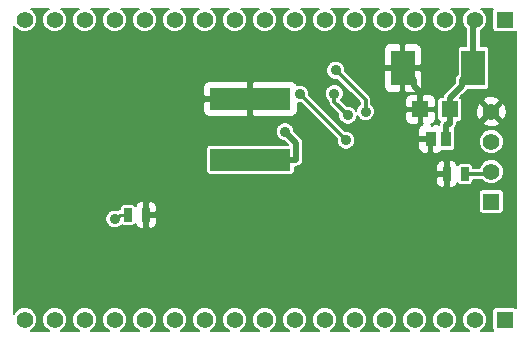
<source format=gbl>
G04 (created by PCBNEW (2013-09-28 BZR 4356)-product) date 2014/04/24 1:43:17*
%MOIN*%
G04 Gerber Fmt 3.4, Leading zero omitted, Abs format*
%FSLAX34Y34*%
G01*
G70*
G90*
G04 APERTURE LIST*
%ADD10C,0.005906*%
%ADD11R,0.038000X0.050000*%
%ADD12R,0.055000X0.055000*%
%ADD13C,0.055000*%
%ADD14R,0.025000X0.045000*%
%ADD15R,0.078700X0.118100*%
%ADD16R,0.267700X0.072800*%
%ADD17C,0.035000*%
%ADD18C,0.019685*%
%ADD19C,0.010000*%
%ADD20C,0.011811*%
%ADD21C,0.007874*%
G04 APERTURE END LIST*
G54D10*
G54D11*
X14029Y6531D03*
X14529Y6531D03*
G54D12*
X16500Y10500D03*
G54D13*
X15500Y10500D03*
X14500Y10500D03*
X13500Y10500D03*
X12500Y10500D03*
X11500Y10500D03*
X10500Y10500D03*
X9500Y10500D03*
X8500Y10500D03*
X7500Y10500D03*
X6500Y10500D03*
X5500Y10500D03*
X4500Y10500D03*
X3500Y10500D03*
X2500Y10500D03*
X1500Y10500D03*
X500Y10500D03*
G54D12*
X16051Y4440D03*
G54D13*
X16051Y5440D03*
X16051Y6440D03*
X16051Y7440D03*
G54D12*
X16500Y500D03*
G54D13*
X15500Y500D03*
X14500Y500D03*
X13500Y500D03*
X12500Y500D03*
X11500Y500D03*
X10500Y500D03*
X9500Y500D03*
X8500Y500D03*
X7500Y500D03*
X6500Y500D03*
X5500Y500D03*
X4500Y500D03*
X3500Y500D03*
X2500Y500D03*
X1500Y500D03*
X500Y500D03*
G54D14*
X3950Y4000D03*
X4550Y4000D03*
X15170Y5350D03*
X14570Y5350D03*
G54D15*
X13098Y8893D03*
X15460Y8893D03*
G54D12*
X13688Y7515D03*
X14673Y7515D03*
G54D16*
X8019Y5832D03*
X8019Y7860D03*
G54D17*
X3499Y3865D03*
X10820Y8035D03*
X11272Y7313D03*
X11861Y7435D03*
X10869Y8818D03*
X9176Y6767D03*
X11207Y6485D03*
X9680Y8030D03*
X3755Y7370D03*
X6638Y4451D03*
X8444Y7043D03*
X294Y3730D03*
X921Y3710D03*
X2811Y3704D03*
X5037Y3827D03*
X539Y7240D03*
G54D18*
X14529Y6980D02*
X14529Y6531D01*
X14591Y7042D02*
X14529Y6980D01*
X14673Y7042D02*
X14591Y7042D01*
X14673Y7515D02*
X14673Y7042D01*
X14673Y7909D02*
X14673Y7515D01*
X15066Y8303D02*
X14673Y7909D01*
X15066Y8500D02*
X15066Y8303D01*
X15460Y8893D02*
X15066Y8500D01*
X15460Y10460D02*
X15460Y8893D01*
X15500Y10500D02*
X15460Y10460D01*
X15460Y8893D02*
X15460Y8893D01*
X15460Y8893D02*
X15460Y8893D01*
G54D19*
X3950Y4000D02*
X3676Y4000D01*
X3541Y3865D02*
X3499Y3865D01*
X3676Y4000D02*
X3541Y3865D01*
G54D20*
X10820Y7765D02*
X10820Y8035D01*
X11272Y7313D02*
X10820Y7765D01*
X11861Y7826D02*
X10869Y8818D01*
X11861Y7435D02*
X11861Y7826D01*
X15960Y5350D02*
X16051Y5440D01*
X15170Y5350D02*
X15960Y5350D01*
G54D18*
X9556Y6387D02*
X9176Y6767D01*
X9556Y5832D02*
X9556Y6387D01*
X8019Y5832D02*
X9556Y5832D01*
G54D20*
X9680Y8012D02*
X11207Y6485D01*
X9680Y8030D02*
X9680Y8012D01*
G54D18*
X13688Y8106D02*
X13688Y7515D01*
X13492Y8303D02*
X13688Y8106D01*
X13492Y8500D02*
X13492Y8303D01*
X13098Y8893D02*
X13492Y8500D01*
G54D10*
G36*
X16862Y882D02*
X16853Y891D01*
X16802Y912D01*
X16747Y912D01*
X16571Y912D01*
X16571Y7378D01*
X16556Y7582D01*
X16508Y7698D01*
X16419Y7723D01*
X16334Y7638D01*
X16334Y7809D01*
X16308Y7898D01*
X16113Y7961D01*
X15909Y7945D01*
X15794Y7898D01*
X15768Y7809D01*
X16051Y7526D01*
X16334Y7809D01*
X16334Y7638D01*
X16136Y7440D01*
X16419Y7158D01*
X16508Y7183D01*
X16571Y7378D01*
X16571Y912D01*
X16464Y912D01*
X16464Y5522D01*
X16464Y6522D01*
X16401Y6674D01*
X16334Y6741D01*
X16334Y7072D01*
X16051Y7355D01*
X15965Y7269D01*
X15965Y7440D01*
X15682Y7723D01*
X15594Y7698D01*
X15530Y7503D01*
X15546Y7299D01*
X15594Y7183D01*
X15682Y7158D01*
X15965Y7440D01*
X15965Y7269D01*
X15768Y7072D01*
X15794Y6983D01*
X15988Y6920D01*
X16192Y6935D01*
X16308Y6983D01*
X16334Y7072D01*
X16334Y6741D01*
X16285Y6790D01*
X16133Y6853D01*
X15969Y6853D01*
X15817Y6791D01*
X15701Y6675D01*
X15638Y6523D01*
X15638Y6359D01*
X15701Y6207D01*
X15817Y6091D01*
X15968Y6028D01*
X16132Y6028D01*
X16284Y6090D01*
X16400Y6206D01*
X16463Y6358D01*
X16464Y6522D01*
X16464Y5522D01*
X16401Y5674D01*
X16285Y5790D01*
X16133Y5853D01*
X15969Y5853D01*
X15817Y5791D01*
X15701Y5675D01*
X15648Y5547D01*
X15432Y5547D01*
X15432Y5602D01*
X15411Y5653D01*
X15373Y5692D01*
X15322Y5713D01*
X15267Y5713D01*
X15017Y5713D01*
X14967Y5692D01*
X14928Y5653D01*
X14925Y5645D01*
X14898Y5710D01*
X14830Y5778D01*
X14742Y5814D01*
X14690Y5814D01*
X14630Y5754D01*
X14630Y5411D01*
X14638Y5411D01*
X14638Y5289D01*
X14630Y5289D01*
X14630Y4945D01*
X14690Y4886D01*
X14742Y4886D01*
X14830Y4922D01*
X14898Y4989D01*
X14925Y5055D01*
X14928Y5047D01*
X14967Y5008D01*
X15017Y4987D01*
X15072Y4987D01*
X15322Y4987D01*
X15373Y5008D01*
X15411Y5047D01*
X15432Y5097D01*
X15432Y5152D01*
X15432Y5153D01*
X15754Y5153D01*
X15817Y5091D01*
X15968Y5028D01*
X16132Y5028D01*
X16284Y5090D01*
X16400Y5206D01*
X16463Y5358D01*
X16464Y5522D01*
X16464Y912D01*
X16463Y912D01*
X16463Y4138D01*
X16463Y4193D01*
X16463Y4743D01*
X16442Y4793D01*
X16404Y4832D01*
X16353Y4853D01*
X16298Y4853D01*
X15748Y4853D01*
X15698Y4832D01*
X15659Y4793D01*
X15638Y4743D01*
X15638Y4688D01*
X15638Y4138D01*
X15659Y4087D01*
X15698Y4049D01*
X15748Y4028D01*
X15803Y4028D01*
X16353Y4028D01*
X16404Y4049D01*
X16442Y4087D01*
X16463Y4138D01*
X16463Y912D01*
X16197Y912D01*
X16146Y891D01*
X16108Y853D01*
X16087Y802D01*
X16087Y747D01*
X16087Y197D01*
X16108Y146D01*
X16117Y137D01*
X15704Y137D01*
X15733Y149D01*
X15849Y265D01*
X15912Y417D01*
X15912Y581D01*
X15850Y733D01*
X15734Y849D01*
X15582Y912D01*
X15418Y912D01*
X15266Y850D01*
X15150Y734D01*
X15087Y582D01*
X15087Y418D01*
X15149Y266D01*
X15265Y150D01*
X15295Y137D01*
X14704Y137D01*
X14733Y149D01*
X14849Y265D01*
X14912Y417D01*
X14912Y581D01*
X14850Y733D01*
X14734Y849D01*
X14582Y912D01*
X14509Y912D01*
X14509Y4945D01*
X14509Y5289D01*
X14509Y5411D01*
X14509Y5754D01*
X14449Y5814D01*
X14397Y5814D01*
X14309Y5778D01*
X14242Y5710D01*
X14205Y5623D01*
X14205Y5527D01*
X14205Y5470D01*
X14265Y5411D01*
X14509Y5411D01*
X14509Y5289D01*
X14265Y5289D01*
X14205Y5229D01*
X14205Y5173D01*
X14205Y5077D01*
X14242Y4989D01*
X14309Y4922D01*
X14397Y4886D01*
X14449Y4886D01*
X14509Y4945D01*
X14509Y912D01*
X14418Y912D01*
X14266Y850D01*
X14150Y734D01*
X14087Y582D01*
X14087Y418D01*
X14149Y266D01*
X14265Y150D01*
X14295Y137D01*
X13968Y137D01*
X13968Y6101D01*
X13968Y6470D01*
X13660Y6470D01*
X13600Y6411D01*
X13600Y6233D01*
X13636Y6145D01*
X13703Y6078D01*
X13791Y6042D01*
X13887Y6042D01*
X13909Y6042D01*
X13968Y6101D01*
X13968Y137D01*
X13704Y137D01*
X13733Y149D01*
X13849Y265D01*
X13912Y417D01*
X13912Y581D01*
X13850Y733D01*
X13734Y849D01*
X13582Y912D01*
X13418Y912D01*
X13266Y850D01*
X13150Y734D01*
X13087Y582D01*
X13087Y418D01*
X13149Y266D01*
X13265Y150D01*
X13295Y137D01*
X13037Y137D01*
X13037Y8123D01*
X13037Y8833D01*
X13037Y8954D01*
X13037Y9663D01*
X12978Y9723D01*
X12657Y9723D01*
X12569Y9687D01*
X12502Y9619D01*
X12465Y9531D01*
X12465Y9436D01*
X12465Y9014D01*
X12525Y8954D01*
X13037Y8954D01*
X13037Y8833D01*
X12525Y8833D01*
X12465Y8773D01*
X12465Y8350D01*
X12465Y8255D01*
X12502Y8167D01*
X12569Y8100D01*
X12657Y8063D01*
X12978Y8063D01*
X13037Y8123D01*
X13037Y137D01*
X12704Y137D01*
X12733Y149D01*
X12849Y265D01*
X12912Y417D01*
X12912Y581D01*
X12850Y733D01*
X12734Y849D01*
X12582Y912D01*
X12418Y912D01*
X12266Y850D01*
X12174Y758D01*
X12174Y7497D01*
X12127Y7612D01*
X12058Y7681D01*
X12058Y7826D01*
X12058Y7826D01*
X12058Y7826D01*
X12051Y7861D01*
X12043Y7901D01*
X12043Y7901D01*
X12043Y7901D01*
X12021Y7935D01*
X12001Y7965D01*
X12001Y7965D01*
X12000Y7965D01*
X11182Y8784D01*
X11182Y8880D01*
X11134Y8995D01*
X11046Y9083D01*
X10931Y9131D01*
X10807Y9131D01*
X10692Y9083D01*
X10604Y8995D01*
X10556Y8880D01*
X10556Y8756D01*
X10603Y8641D01*
X10691Y8553D01*
X10806Y8505D01*
X10903Y8505D01*
X11664Y7744D01*
X11664Y7681D01*
X11596Y7613D01*
X11549Y7498D01*
X11549Y7463D01*
X11537Y7490D01*
X11449Y7578D01*
X11334Y7626D01*
X11237Y7626D01*
X11045Y7818D01*
X11085Y7858D01*
X11133Y7973D01*
X11133Y8097D01*
X11085Y8212D01*
X10997Y8300D01*
X10882Y8348D01*
X10758Y8348D01*
X10643Y8300D01*
X10555Y8213D01*
X10507Y8098D01*
X10507Y7973D01*
X10555Y7858D01*
X10623Y7790D01*
X10623Y7765D01*
X10623Y7765D01*
X10623Y7765D01*
X10630Y7728D01*
X10638Y7690D01*
X10638Y7689D01*
X10638Y7689D01*
X10660Y7657D01*
X10681Y7626D01*
X10681Y7626D01*
X10681Y7626D01*
X10959Y7347D01*
X10959Y7251D01*
X11007Y7136D01*
X11095Y7048D01*
X11209Y7000D01*
X11334Y7000D01*
X11449Y7048D01*
X11537Y7136D01*
X11585Y7251D01*
X11585Y7285D01*
X11596Y7258D01*
X11684Y7170D01*
X11799Y7122D01*
X11923Y7122D01*
X12038Y7170D01*
X12126Y7258D01*
X12174Y7373D01*
X12174Y7497D01*
X12174Y758D01*
X12150Y734D01*
X12087Y582D01*
X12087Y418D01*
X12149Y266D01*
X12265Y150D01*
X12295Y137D01*
X11704Y137D01*
X11733Y149D01*
X11849Y265D01*
X11912Y417D01*
X11912Y581D01*
X11850Y733D01*
X11734Y849D01*
X11582Y912D01*
X11520Y912D01*
X11520Y6547D01*
X11473Y6662D01*
X11385Y6750D01*
X11270Y6797D01*
X11173Y6797D01*
X9993Y7978D01*
X9993Y8092D01*
X9945Y8207D01*
X9857Y8295D01*
X9742Y8342D01*
X9618Y8342D01*
X9575Y8325D01*
X9561Y8360D01*
X9493Y8427D01*
X9405Y8463D01*
X9310Y8463D01*
X8140Y8463D01*
X8080Y8403D01*
X8080Y7921D01*
X8088Y7921D01*
X8088Y7799D01*
X8080Y7799D01*
X8080Y7316D01*
X8140Y7257D01*
X9310Y7257D01*
X9405Y7257D01*
X9493Y7293D01*
X9561Y7360D01*
X9597Y7448D01*
X9597Y7725D01*
X9617Y7717D01*
X9697Y7717D01*
X10895Y6519D01*
X10895Y6423D01*
X10942Y6308D01*
X11030Y6220D01*
X11145Y6172D01*
X11269Y6172D01*
X11384Y6219D01*
X11472Y6307D01*
X11520Y6422D01*
X11520Y6547D01*
X11520Y912D01*
X11418Y912D01*
X11266Y850D01*
X11150Y734D01*
X11087Y582D01*
X11087Y418D01*
X11149Y266D01*
X11265Y150D01*
X11295Y137D01*
X10704Y137D01*
X10733Y149D01*
X10849Y265D01*
X10912Y417D01*
X10912Y581D01*
X10850Y733D01*
X10734Y849D01*
X10582Y912D01*
X10418Y912D01*
X10266Y850D01*
X10150Y734D01*
X10087Y582D01*
X10087Y418D01*
X10149Y266D01*
X10265Y150D01*
X10295Y137D01*
X9704Y137D01*
X9733Y149D01*
X9849Y265D01*
X9912Y417D01*
X9912Y581D01*
X9850Y733D01*
X9792Y790D01*
X9792Y5832D01*
X9792Y6387D01*
X9792Y6387D01*
X9783Y6433D01*
X9774Y6477D01*
X9774Y6477D01*
X9774Y6477D01*
X9749Y6515D01*
X9723Y6554D01*
X9489Y6789D01*
X9489Y6829D01*
X9441Y6944D01*
X9353Y7032D01*
X9238Y7080D01*
X9114Y7080D01*
X8999Y7033D01*
X8911Y6945D01*
X8863Y6830D01*
X8863Y6705D01*
X8911Y6590D01*
X8998Y6502D01*
X9113Y6455D01*
X9155Y6455D01*
X9275Y6334D01*
X7959Y6334D01*
X7959Y7316D01*
X7959Y7799D01*
X7959Y7921D01*
X7959Y8403D01*
X7899Y8463D01*
X6728Y8463D01*
X6633Y8463D01*
X6545Y8427D01*
X6478Y8360D01*
X6441Y8272D01*
X6441Y7980D01*
X6501Y7921D01*
X7959Y7921D01*
X7959Y7799D01*
X6501Y7799D01*
X6441Y7739D01*
X6441Y7448D01*
X6478Y7360D01*
X6545Y7293D01*
X6633Y7257D01*
X6728Y7257D01*
X7899Y7257D01*
X7959Y7316D01*
X7959Y6334D01*
X6653Y6334D01*
X6603Y6313D01*
X6564Y6274D01*
X6543Y6223D01*
X6543Y6169D01*
X6543Y5441D01*
X6564Y5390D01*
X6603Y5351D01*
X6653Y5330D01*
X6708Y5330D01*
X9385Y5330D01*
X9436Y5351D01*
X9475Y5390D01*
X9495Y5441D01*
X9495Y5495D01*
X9495Y5596D01*
X9556Y5596D01*
X9647Y5614D01*
X9723Y5665D01*
X9774Y5742D01*
X9792Y5832D01*
X9792Y790D01*
X9734Y849D01*
X9582Y912D01*
X9418Y912D01*
X9266Y850D01*
X9150Y734D01*
X9087Y582D01*
X9087Y418D01*
X9149Y266D01*
X9265Y150D01*
X9295Y137D01*
X8704Y137D01*
X8733Y149D01*
X8849Y265D01*
X8912Y417D01*
X8912Y581D01*
X8850Y733D01*
X8734Y849D01*
X8582Y912D01*
X8418Y912D01*
X8266Y850D01*
X8150Y734D01*
X8087Y582D01*
X8087Y418D01*
X8149Y266D01*
X8265Y150D01*
X8295Y137D01*
X7704Y137D01*
X7733Y149D01*
X7849Y265D01*
X7912Y417D01*
X7912Y581D01*
X7850Y733D01*
X7734Y849D01*
X7582Y912D01*
X7418Y912D01*
X7266Y850D01*
X7150Y734D01*
X7087Y582D01*
X7087Y418D01*
X7149Y266D01*
X7265Y150D01*
X7295Y137D01*
X6704Y137D01*
X6733Y149D01*
X6849Y265D01*
X6912Y417D01*
X6912Y581D01*
X6850Y733D01*
X6734Y849D01*
X6582Y912D01*
X6418Y912D01*
X6266Y850D01*
X6150Y734D01*
X6087Y582D01*
X6087Y418D01*
X6149Y266D01*
X6265Y150D01*
X6295Y137D01*
X5704Y137D01*
X5733Y149D01*
X5849Y265D01*
X5912Y417D01*
X5912Y581D01*
X5850Y733D01*
X5734Y849D01*
X5582Y912D01*
X5418Y912D01*
X5266Y850D01*
X5150Y734D01*
X5087Y582D01*
X5087Y418D01*
X5149Y266D01*
X5265Y150D01*
X5295Y137D01*
X4914Y137D01*
X4914Y3727D01*
X4914Y3822D01*
X4914Y3879D01*
X4914Y4120D01*
X4914Y4177D01*
X4914Y4272D01*
X4877Y4360D01*
X4810Y4427D01*
X4722Y4464D01*
X4670Y4464D01*
X4610Y4404D01*
X4610Y4060D01*
X4854Y4060D01*
X4914Y4120D01*
X4914Y3879D01*
X4854Y3939D01*
X4610Y3939D01*
X4610Y3595D01*
X4670Y3535D01*
X4722Y3535D01*
X4810Y3572D01*
X4877Y3639D01*
X4914Y3727D01*
X4914Y137D01*
X4704Y137D01*
X4733Y149D01*
X4849Y265D01*
X4912Y417D01*
X4912Y581D01*
X4850Y733D01*
X4734Y849D01*
X4582Y912D01*
X4489Y912D01*
X4489Y3595D01*
X4489Y3939D01*
X4481Y3939D01*
X4481Y4060D01*
X4489Y4060D01*
X4489Y4404D01*
X4429Y4464D01*
X4377Y4464D01*
X4289Y4427D01*
X4222Y4360D01*
X4195Y4295D01*
X4191Y4303D01*
X4153Y4341D01*
X4102Y4362D01*
X4047Y4362D01*
X3797Y4362D01*
X3746Y4341D01*
X3708Y4303D01*
X3687Y4252D01*
X3687Y4197D01*
X3687Y4187D01*
X3676Y4187D01*
X3604Y4173D01*
X3592Y4165D01*
X3562Y4177D01*
X3437Y4177D01*
X3322Y4130D01*
X3234Y4042D01*
X3186Y3927D01*
X3186Y3803D01*
X3234Y3688D01*
X3322Y3600D01*
X3437Y3552D01*
X3561Y3552D01*
X3676Y3599D01*
X3741Y3664D01*
X3746Y3658D01*
X3797Y3637D01*
X3852Y3637D01*
X4102Y3637D01*
X4153Y3658D01*
X4191Y3696D01*
X4195Y3704D01*
X4222Y3639D01*
X4289Y3572D01*
X4377Y3535D01*
X4429Y3535D01*
X4489Y3595D01*
X4489Y912D01*
X4418Y912D01*
X4266Y850D01*
X4150Y734D01*
X4087Y582D01*
X4087Y418D01*
X4149Y266D01*
X4265Y150D01*
X4295Y137D01*
X3704Y137D01*
X3733Y149D01*
X3849Y265D01*
X3912Y417D01*
X3912Y581D01*
X3850Y733D01*
X3734Y849D01*
X3582Y912D01*
X3418Y912D01*
X3266Y850D01*
X3150Y734D01*
X3087Y582D01*
X3087Y418D01*
X3149Y266D01*
X3265Y150D01*
X3295Y137D01*
X2704Y137D01*
X2733Y149D01*
X2849Y265D01*
X2912Y417D01*
X2912Y581D01*
X2850Y733D01*
X2734Y849D01*
X2582Y912D01*
X2418Y912D01*
X2266Y850D01*
X2150Y734D01*
X2087Y582D01*
X2087Y418D01*
X2149Y266D01*
X2265Y150D01*
X2295Y137D01*
X1704Y137D01*
X1733Y149D01*
X1849Y265D01*
X1912Y417D01*
X1912Y581D01*
X1850Y733D01*
X1734Y849D01*
X1582Y912D01*
X1418Y912D01*
X1266Y850D01*
X1150Y734D01*
X1087Y582D01*
X1087Y418D01*
X1149Y266D01*
X1265Y150D01*
X1295Y137D01*
X704Y137D01*
X733Y149D01*
X849Y265D01*
X912Y417D01*
X912Y581D01*
X850Y733D01*
X734Y849D01*
X582Y912D01*
X418Y912D01*
X266Y850D01*
X150Y734D01*
X137Y704D01*
X137Y10295D01*
X149Y10266D01*
X265Y10150D01*
X417Y10087D01*
X581Y10087D01*
X733Y10149D01*
X849Y10265D01*
X912Y10417D01*
X912Y10581D01*
X850Y10733D01*
X734Y10849D01*
X704Y10862D01*
X1295Y10862D01*
X1266Y10850D01*
X1150Y10734D01*
X1087Y10582D01*
X1087Y10418D01*
X1149Y10266D01*
X1265Y10150D01*
X1417Y10087D01*
X1581Y10087D01*
X1733Y10149D01*
X1849Y10265D01*
X1912Y10417D01*
X1912Y10581D01*
X1850Y10733D01*
X1734Y10849D01*
X1704Y10862D01*
X2295Y10862D01*
X2266Y10850D01*
X2150Y10734D01*
X2087Y10582D01*
X2087Y10418D01*
X2149Y10266D01*
X2265Y10150D01*
X2417Y10087D01*
X2581Y10087D01*
X2733Y10149D01*
X2849Y10265D01*
X2912Y10417D01*
X2912Y10581D01*
X2850Y10733D01*
X2734Y10849D01*
X2704Y10862D01*
X3295Y10862D01*
X3266Y10850D01*
X3150Y10734D01*
X3087Y10582D01*
X3087Y10418D01*
X3149Y10266D01*
X3265Y10150D01*
X3417Y10087D01*
X3581Y10087D01*
X3733Y10149D01*
X3849Y10265D01*
X3912Y10417D01*
X3912Y10581D01*
X3850Y10733D01*
X3734Y10849D01*
X3704Y10862D01*
X4295Y10862D01*
X4266Y10850D01*
X4150Y10734D01*
X4087Y10582D01*
X4087Y10418D01*
X4149Y10266D01*
X4265Y10150D01*
X4417Y10087D01*
X4581Y10087D01*
X4733Y10149D01*
X4849Y10265D01*
X4912Y10417D01*
X4912Y10581D01*
X4850Y10733D01*
X4734Y10849D01*
X4704Y10862D01*
X5295Y10862D01*
X5266Y10850D01*
X5150Y10734D01*
X5087Y10582D01*
X5087Y10418D01*
X5149Y10266D01*
X5265Y10150D01*
X5417Y10087D01*
X5581Y10087D01*
X5733Y10149D01*
X5849Y10265D01*
X5912Y10417D01*
X5912Y10581D01*
X5850Y10733D01*
X5734Y10849D01*
X5704Y10862D01*
X6295Y10862D01*
X6266Y10850D01*
X6150Y10734D01*
X6087Y10582D01*
X6087Y10418D01*
X6149Y10266D01*
X6265Y10150D01*
X6417Y10087D01*
X6581Y10087D01*
X6733Y10149D01*
X6849Y10265D01*
X6912Y10417D01*
X6912Y10581D01*
X6850Y10733D01*
X6734Y10849D01*
X6704Y10862D01*
X7295Y10862D01*
X7266Y10850D01*
X7150Y10734D01*
X7087Y10582D01*
X7087Y10418D01*
X7149Y10266D01*
X7265Y10150D01*
X7417Y10087D01*
X7581Y10087D01*
X7733Y10149D01*
X7849Y10265D01*
X7912Y10417D01*
X7912Y10581D01*
X7850Y10733D01*
X7734Y10849D01*
X7704Y10862D01*
X8295Y10862D01*
X8266Y10850D01*
X8150Y10734D01*
X8087Y10582D01*
X8087Y10418D01*
X8149Y10266D01*
X8265Y10150D01*
X8417Y10087D01*
X8581Y10087D01*
X8733Y10149D01*
X8849Y10265D01*
X8912Y10417D01*
X8912Y10581D01*
X8850Y10733D01*
X8734Y10849D01*
X8704Y10862D01*
X9295Y10862D01*
X9266Y10850D01*
X9150Y10734D01*
X9087Y10582D01*
X9087Y10418D01*
X9149Y10266D01*
X9265Y10150D01*
X9417Y10087D01*
X9581Y10087D01*
X9733Y10149D01*
X9849Y10265D01*
X9912Y10417D01*
X9912Y10581D01*
X9850Y10733D01*
X9734Y10849D01*
X9704Y10862D01*
X10295Y10862D01*
X10266Y10850D01*
X10150Y10734D01*
X10087Y10582D01*
X10087Y10418D01*
X10149Y10266D01*
X10265Y10150D01*
X10417Y10087D01*
X10581Y10087D01*
X10733Y10149D01*
X10849Y10265D01*
X10912Y10417D01*
X10912Y10581D01*
X10850Y10733D01*
X10734Y10849D01*
X10704Y10862D01*
X11295Y10862D01*
X11266Y10850D01*
X11150Y10734D01*
X11087Y10582D01*
X11087Y10418D01*
X11149Y10266D01*
X11265Y10150D01*
X11417Y10087D01*
X11581Y10087D01*
X11733Y10149D01*
X11849Y10265D01*
X11912Y10417D01*
X11912Y10581D01*
X11850Y10733D01*
X11734Y10849D01*
X11704Y10862D01*
X12295Y10862D01*
X12266Y10850D01*
X12150Y10734D01*
X12087Y10582D01*
X12087Y10418D01*
X12149Y10266D01*
X12265Y10150D01*
X12417Y10087D01*
X12581Y10087D01*
X12733Y10149D01*
X12849Y10265D01*
X12912Y10417D01*
X12912Y10581D01*
X12850Y10733D01*
X12734Y10849D01*
X12704Y10862D01*
X13295Y10862D01*
X13266Y10850D01*
X13150Y10734D01*
X13087Y10582D01*
X13087Y10418D01*
X13149Y10266D01*
X13265Y10150D01*
X13417Y10087D01*
X13581Y10087D01*
X13733Y10149D01*
X13849Y10265D01*
X13912Y10417D01*
X13912Y10581D01*
X13850Y10733D01*
X13734Y10849D01*
X13704Y10862D01*
X14295Y10862D01*
X14266Y10850D01*
X14150Y10734D01*
X14087Y10582D01*
X14087Y10418D01*
X14149Y10266D01*
X14265Y10150D01*
X14417Y10087D01*
X14581Y10087D01*
X14733Y10149D01*
X14849Y10265D01*
X14912Y10417D01*
X14912Y10581D01*
X14850Y10733D01*
X14734Y10849D01*
X14704Y10862D01*
X15295Y10862D01*
X15266Y10850D01*
X15150Y10734D01*
X15087Y10582D01*
X15087Y10418D01*
X15149Y10266D01*
X15224Y10191D01*
X15224Y9621D01*
X15039Y9621D01*
X14988Y9601D01*
X14950Y9562D01*
X14929Y9511D01*
X14929Y9456D01*
X14929Y8696D01*
X14899Y8667D01*
X14899Y8667D01*
X14899Y8667D01*
X14874Y8628D01*
X14848Y8590D01*
X14848Y8590D01*
X14848Y8590D01*
X14839Y8545D01*
X14830Y8500D01*
X14830Y8500D01*
X14830Y8500D01*
X14830Y8400D01*
X14506Y8076D01*
X14454Y7999D01*
X14440Y7928D01*
X14370Y7928D01*
X14320Y7907D01*
X14281Y7868D01*
X14260Y7818D01*
X14260Y7763D01*
X14260Y7213D01*
X14281Y7162D01*
X14320Y7123D01*
X14341Y7115D01*
X14336Y7108D01*
X14311Y7070D01*
X14311Y7070D01*
X14311Y7070D01*
X14302Y7025D01*
X14298Y7007D01*
X14267Y7020D01*
X14203Y7020D01*
X14171Y7020D01*
X14150Y7020D01*
X14090Y6961D01*
X14090Y7020D01*
X14058Y7020D01*
X14099Y7037D01*
X14166Y7105D01*
X14203Y7193D01*
X14203Y7288D01*
X14203Y7395D01*
X14203Y7636D01*
X14203Y7743D01*
X14203Y7838D01*
X14166Y7926D01*
X14099Y7993D01*
X14011Y8030D01*
X13809Y8030D01*
X13749Y7970D01*
X13749Y7576D01*
X14143Y7576D01*
X14203Y7636D01*
X14203Y7395D01*
X14143Y7455D01*
X13749Y7455D01*
X13749Y7061D01*
X13790Y7020D01*
X13731Y6995D01*
X13731Y8255D01*
X13731Y8350D01*
X13731Y8773D01*
X13731Y9014D01*
X13731Y9436D01*
X13731Y9531D01*
X13694Y9619D01*
X13627Y9687D01*
X13539Y9723D01*
X13219Y9723D01*
X13159Y9663D01*
X13159Y8954D01*
X13671Y8954D01*
X13731Y9014D01*
X13731Y8773D01*
X13671Y8833D01*
X13159Y8833D01*
X13159Y8123D01*
X13219Y8063D01*
X13539Y8063D01*
X13627Y8100D01*
X13694Y8167D01*
X13731Y8255D01*
X13731Y6995D01*
X13703Y6984D01*
X13636Y6917D01*
X13628Y6897D01*
X13628Y7061D01*
X13628Y7455D01*
X13628Y7576D01*
X13628Y7970D01*
X13568Y8030D01*
X13366Y8030D01*
X13278Y7993D01*
X13211Y7926D01*
X13174Y7838D01*
X13174Y7743D01*
X13174Y7636D01*
X13234Y7576D01*
X13628Y7576D01*
X13628Y7455D01*
X13234Y7455D01*
X13174Y7395D01*
X13174Y7288D01*
X13174Y7193D01*
X13211Y7105D01*
X13278Y7037D01*
X13366Y7001D01*
X13568Y7001D01*
X13628Y7061D01*
X13628Y6897D01*
X13600Y6829D01*
X13600Y6651D01*
X13660Y6592D01*
X13968Y6592D01*
X13968Y6600D01*
X14090Y6600D01*
X14090Y6592D01*
X14098Y6592D01*
X14098Y6470D01*
X14090Y6470D01*
X14090Y6101D01*
X14150Y6042D01*
X14171Y6042D01*
X14267Y6042D01*
X14355Y6078D01*
X14420Y6143D01*
X14746Y6143D01*
X14797Y6164D01*
X14836Y6203D01*
X14857Y6254D01*
X14857Y6308D01*
X14857Y6808D01*
X14836Y6859D01*
X14828Y6867D01*
X14840Y6875D01*
X14891Y6951D01*
X14909Y7042D01*
X14909Y7102D01*
X14975Y7102D01*
X15026Y7123D01*
X15065Y7162D01*
X15086Y7213D01*
X15086Y7268D01*
X15086Y7818D01*
X15065Y7868D01*
X15026Y7907D01*
X15011Y7913D01*
X15233Y8136D01*
X15253Y8165D01*
X15881Y8165D01*
X15932Y8186D01*
X15970Y8225D01*
X15991Y8275D01*
X15991Y8330D01*
X15991Y9511D01*
X15970Y9562D01*
X15932Y9601D01*
X15881Y9621D01*
X15826Y9621D01*
X15696Y9621D01*
X15696Y10134D01*
X15733Y10149D01*
X15849Y10265D01*
X15912Y10417D01*
X15912Y10581D01*
X15850Y10733D01*
X15734Y10849D01*
X15704Y10862D01*
X16117Y10862D01*
X16108Y10853D01*
X16087Y10802D01*
X16087Y10747D01*
X16087Y10197D01*
X16108Y10146D01*
X16146Y10108D01*
X16197Y10087D01*
X16252Y10087D01*
X16802Y10087D01*
X16853Y10108D01*
X16862Y10117D01*
X16862Y882D01*
X16862Y882D01*
G37*
G54D21*
X16862Y882D02*
X16853Y891D01*
X16802Y912D01*
X16747Y912D01*
X16571Y912D01*
X16571Y7378D01*
X16556Y7582D01*
X16508Y7698D01*
X16419Y7723D01*
X16334Y7638D01*
X16334Y7809D01*
X16308Y7898D01*
X16113Y7961D01*
X15909Y7945D01*
X15794Y7898D01*
X15768Y7809D01*
X16051Y7526D01*
X16334Y7809D01*
X16334Y7638D01*
X16136Y7440D01*
X16419Y7158D01*
X16508Y7183D01*
X16571Y7378D01*
X16571Y912D01*
X16464Y912D01*
X16464Y5522D01*
X16464Y6522D01*
X16401Y6674D01*
X16334Y6741D01*
X16334Y7072D01*
X16051Y7355D01*
X15965Y7269D01*
X15965Y7440D01*
X15682Y7723D01*
X15594Y7698D01*
X15530Y7503D01*
X15546Y7299D01*
X15594Y7183D01*
X15682Y7158D01*
X15965Y7440D01*
X15965Y7269D01*
X15768Y7072D01*
X15794Y6983D01*
X15988Y6920D01*
X16192Y6935D01*
X16308Y6983D01*
X16334Y7072D01*
X16334Y6741D01*
X16285Y6790D01*
X16133Y6853D01*
X15969Y6853D01*
X15817Y6791D01*
X15701Y6675D01*
X15638Y6523D01*
X15638Y6359D01*
X15701Y6207D01*
X15817Y6091D01*
X15968Y6028D01*
X16132Y6028D01*
X16284Y6090D01*
X16400Y6206D01*
X16463Y6358D01*
X16464Y6522D01*
X16464Y5522D01*
X16401Y5674D01*
X16285Y5790D01*
X16133Y5853D01*
X15969Y5853D01*
X15817Y5791D01*
X15701Y5675D01*
X15648Y5547D01*
X15432Y5547D01*
X15432Y5602D01*
X15411Y5653D01*
X15373Y5692D01*
X15322Y5713D01*
X15267Y5713D01*
X15017Y5713D01*
X14967Y5692D01*
X14928Y5653D01*
X14925Y5645D01*
X14898Y5710D01*
X14830Y5778D01*
X14742Y5814D01*
X14690Y5814D01*
X14630Y5754D01*
X14630Y5411D01*
X14638Y5411D01*
X14638Y5289D01*
X14630Y5289D01*
X14630Y4945D01*
X14690Y4886D01*
X14742Y4886D01*
X14830Y4922D01*
X14898Y4989D01*
X14925Y5055D01*
X14928Y5047D01*
X14967Y5008D01*
X15017Y4987D01*
X15072Y4987D01*
X15322Y4987D01*
X15373Y5008D01*
X15411Y5047D01*
X15432Y5097D01*
X15432Y5152D01*
X15432Y5153D01*
X15754Y5153D01*
X15817Y5091D01*
X15968Y5028D01*
X16132Y5028D01*
X16284Y5090D01*
X16400Y5206D01*
X16463Y5358D01*
X16464Y5522D01*
X16464Y912D01*
X16463Y912D01*
X16463Y4138D01*
X16463Y4193D01*
X16463Y4743D01*
X16442Y4793D01*
X16404Y4832D01*
X16353Y4853D01*
X16298Y4853D01*
X15748Y4853D01*
X15698Y4832D01*
X15659Y4793D01*
X15638Y4743D01*
X15638Y4688D01*
X15638Y4138D01*
X15659Y4087D01*
X15698Y4049D01*
X15748Y4028D01*
X15803Y4028D01*
X16353Y4028D01*
X16404Y4049D01*
X16442Y4087D01*
X16463Y4138D01*
X16463Y912D01*
X16197Y912D01*
X16146Y891D01*
X16108Y853D01*
X16087Y802D01*
X16087Y747D01*
X16087Y197D01*
X16108Y146D01*
X16117Y137D01*
X15704Y137D01*
X15733Y149D01*
X15849Y265D01*
X15912Y417D01*
X15912Y581D01*
X15850Y733D01*
X15734Y849D01*
X15582Y912D01*
X15418Y912D01*
X15266Y850D01*
X15150Y734D01*
X15087Y582D01*
X15087Y418D01*
X15149Y266D01*
X15265Y150D01*
X15295Y137D01*
X14704Y137D01*
X14733Y149D01*
X14849Y265D01*
X14912Y417D01*
X14912Y581D01*
X14850Y733D01*
X14734Y849D01*
X14582Y912D01*
X14509Y912D01*
X14509Y4945D01*
X14509Y5289D01*
X14509Y5411D01*
X14509Y5754D01*
X14449Y5814D01*
X14397Y5814D01*
X14309Y5778D01*
X14242Y5710D01*
X14205Y5623D01*
X14205Y5527D01*
X14205Y5470D01*
X14265Y5411D01*
X14509Y5411D01*
X14509Y5289D01*
X14265Y5289D01*
X14205Y5229D01*
X14205Y5173D01*
X14205Y5077D01*
X14242Y4989D01*
X14309Y4922D01*
X14397Y4886D01*
X14449Y4886D01*
X14509Y4945D01*
X14509Y912D01*
X14418Y912D01*
X14266Y850D01*
X14150Y734D01*
X14087Y582D01*
X14087Y418D01*
X14149Y266D01*
X14265Y150D01*
X14295Y137D01*
X13968Y137D01*
X13968Y6101D01*
X13968Y6470D01*
X13660Y6470D01*
X13600Y6411D01*
X13600Y6233D01*
X13636Y6145D01*
X13703Y6078D01*
X13791Y6042D01*
X13887Y6042D01*
X13909Y6042D01*
X13968Y6101D01*
X13968Y137D01*
X13704Y137D01*
X13733Y149D01*
X13849Y265D01*
X13912Y417D01*
X13912Y581D01*
X13850Y733D01*
X13734Y849D01*
X13582Y912D01*
X13418Y912D01*
X13266Y850D01*
X13150Y734D01*
X13087Y582D01*
X13087Y418D01*
X13149Y266D01*
X13265Y150D01*
X13295Y137D01*
X13037Y137D01*
X13037Y8123D01*
X13037Y8833D01*
X13037Y8954D01*
X13037Y9663D01*
X12978Y9723D01*
X12657Y9723D01*
X12569Y9687D01*
X12502Y9619D01*
X12465Y9531D01*
X12465Y9436D01*
X12465Y9014D01*
X12525Y8954D01*
X13037Y8954D01*
X13037Y8833D01*
X12525Y8833D01*
X12465Y8773D01*
X12465Y8350D01*
X12465Y8255D01*
X12502Y8167D01*
X12569Y8100D01*
X12657Y8063D01*
X12978Y8063D01*
X13037Y8123D01*
X13037Y137D01*
X12704Y137D01*
X12733Y149D01*
X12849Y265D01*
X12912Y417D01*
X12912Y581D01*
X12850Y733D01*
X12734Y849D01*
X12582Y912D01*
X12418Y912D01*
X12266Y850D01*
X12174Y758D01*
X12174Y7497D01*
X12127Y7612D01*
X12058Y7681D01*
X12058Y7826D01*
X12058Y7826D01*
X12058Y7826D01*
X12051Y7861D01*
X12043Y7901D01*
X12043Y7901D01*
X12043Y7901D01*
X12021Y7935D01*
X12001Y7965D01*
X12001Y7965D01*
X12000Y7965D01*
X11182Y8784D01*
X11182Y8880D01*
X11134Y8995D01*
X11046Y9083D01*
X10931Y9131D01*
X10807Y9131D01*
X10692Y9083D01*
X10604Y8995D01*
X10556Y8880D01*
X10556Y8756D01*
X10603Y8641D01*
X10691Y8553D01*
X10806Y8505D01*
X10903Y8505D01*
X11664Y7744D01*
X11664Y7681D01*
X11596Y7613D01*
X11549Y7498D01*
X11549Y7463D01*
X11537Y7490D01*
X11449Y7578D01*
X11334Y7626D01*
X11237Y7626D01*
X11045Y7818D01*
X11085Y7858D01*
X11133Y7973D01*
X11133Y8097D01*
X11085Y8212D01*
X10997Y8300D01*
X10882Y8348D01*
X10758Y8348D01*
X10643Y8300D01*
X10555Y8213D01*
X10507Y8098D01*
X10507Y7973D01*
X10555Y7858D01*
X10623Y7790D01*
X10623Y7765D01*
X10623Y7765D01*
X10623Y7765D01*
X10630Y7728D01*
X10638Y7690D01*
X10638Y7689D01*
X10638Y7689D01*
X10660Y7657D01*
X10681Y7626D01*
X10681Y7626D01*
X10681Y7626D01*
X10959Y7347D01*
X10959Y7251D01*
X11007Y7136D01*
X11095Y7048D01*
X11209Y7000D01*
X11334Y7000D01*
X11449Y7048D01*
X11537Y7136D01*
X11585Y7251D01*
X11585Y7285D01*
X11596Y7258D01*
X11684Y7170D01*
X11799Y7122D01*
X11923Y7122D01*
X12038Y7170D01*
X12126Y7258D01*
X12174Y7373D01*
X12174Y7497D01*
X12174Y758D01*
X12150Y734D01*
X12087Y582D01*
X12087Y418D01*
X12149Y266D01*
X12265Y150D01*
X12295Y137D01*
X11704Y137D01*
X11733Y149D01*
X11849Y265D01*
X11912Y417D01*
X11912Y581D01*
X11850Y733D01*
X11734Y849D01*
X11582Y912D01*
X11520Y912D01*
X11520Y6547D01*
X11473Y6662D01*
X11385Y6750D01*
X11270Y6797D01*
X11173Y6797D01*
X9993Y7978D01*
X9993Y8092D01*
X9945Y8207D01*
X9857Y8295D01*
X9742Y8342D01*
X9618Y8342D01*
X9575Y8325D01*
X9561Y8360D01*
X9493Y8427D01*
X9405Y8463D01*
X9310Y8463D01*
X8140Y8463D01*
X8080Y8403D01*
X8080Y7921D01*
X8088Y7921D01*
X8088Y7799D01*
X8080Y7799D01*
X8080Y7316D01*
X8140Y7257D01*
X9310Y7257D01*
X9405Y7257D01*
X9493Y7293D01*
X9561Y7360D01*
X9597Y7448D01*
X9597Y7725D01*
X9617Y7717D01*
X9697Y7717D01*
X10895Y6519D01*
X10895Y6423D01*
X10942Y6308D01*
X11030Y6220D01*
X11145Y6172D01*
X11269Y6172D01*
X11384Y6219D01*
X11472Y6307D01*
X11520Y6422D01*
X11520Y6547D01*
X11520Y912D01*
X11418Y912D01*
X11266Y850D01*
X11150Y734D01*
X11087Y582D01*
X11087Y418D01*
X11149Y266D01*
X11265Y150D01*
X11295Y137D01*
X10704Y137D01*
X10733Y149D01*
X10849Y265D01*
X10912Y417D01*
X10912Y581D01*
X10850Y733D01*
X10734Y849D01*
X10582Y912D01*
X10418Y912D01*
X10266Y850D01*
X10150Y734D01*
X10087Y582D01*
X10087Y418D01*
X10149Y266D01*
X10265Y150D01*
X10295Y137D01*
X9704Y137D01*
X9733Y149D01*
X9849Y265D01*
X9912Y417D01*
X9912Y581D01*
X9850Y733D01*
X9792Y790D01*
X9792Y5832D01*
X9792Y6387D01*
X9792Y6387D01*
X9783Y6433D01*
X9774Y6477D01*
X9774Y6477D01*
X9774Y6477D01*
X9749Y6515D01*
X9723Y6554D01*
X9489Y6789D01*
X9489Y6829D01*
X9441Y6944D01*
X9353Y7032D01*
X9238Y7080D01*
X9114Y7080D01*
X8999Y7033D01*
X8911Y6945D01*
X8863Y6830D01*
X8863Y6705D01*
X8911Y6590D01*
X8998Y6502D01*
X9113Y6455D01*
X9155Y6455D01*
X9275Y6334D01*
X7959Y6334D01*
X7959Y7316D01*
X7959Y7799D01*
X7959Y7921D01*
X7959Y8403D01*
X7899Y8463D01*
X6728Y8463D01*
X6633Y8463D01*
X6545Y8427D01*
X6478Y8360D01*
X6441Y8272D01*
X6441Y7980D01*
X6501Y7921D01*
X7959Y7921D01*
X7959Y7799D01*
X6501Y7799D01*
X6441Y7739D01*
X6441Y7448D01*
X6478Y7360D01*
X6545Y7293D01*
X6633Y7257D01*
X6728Y7257D01*
X7899Y7257D01*
X7959Y7316D01*
X7959Y6334D01*
X6653Y6334D01*
X6603Y6313D01*
X6564Y6274D01*
X6543Y6223D01*
X6543Y6169D01*
X6543Y5441D01*
X6564Y5390D01*
X6603Y5351D01*
X6653Y5330D01*
X6708Y5330D01*
X9385Y5330D01*
X9436Y5351D01*
X9475Y5390D01*
X9495Y5441D01*
X9495Y5495D01*
X9495Y5596D01*
X9556Y5596D01*
X9647Y5614D01*
X9723Y5665D01*
X9774Y5742D01*
X9792Y5832D01*
X9792Y790D01*
X9734Y849D01*
X9582Y912D01*
X9418Y912D01*
X9266Y850D01*
X9150Y734D01*
X9087Y582D01*
X9087Y418D01*
X9149Y266D01*
X9265Y150D01*
X9295Y137D01*
X8704Y137D01*
X8733Y149D01*
X8849Y265D01*
X8912Y417D01*
X8912Y581D01*
X8850Y733D01*
X8734Y849D01*
X8582Y912D01*
X8418Y912D01*
X8266Y850D01*
X8150Y734D01*
X8087Y582D01*
X8087Y418D01*
X8149Y266D01*
X8265Y150D01*
X8295Y137D01*
X7704Y137D01*
X7733Y149D01*
X7849Y265D01*
X7912Y417D01*
X7912Y581D01*
X7850Y733D01*
X7734Y849D01*
X7582Y912D01*
X7418Y912D01*
X7266Y850D01*
X7150Y734D01*
X7087Y582D01*
X7087Y418D01*
X7149Y266D01*
X7265Y150D01*
X7295Y137D01*
X6704Y137D01*
X6733Y149D01*
X6849Y265D01*
X6912Y417D01*
X6912Y581D01*
X6850Y733D01*
X6734Y849D01*
X6582Y912D01*
X6418Y912D01*
X6266Y850D01*
X6150Y734D01*
X6087Y582D01*
X6087Y418D01*
X6149Y266D01*
X6265Y150D01*
X6295Y137D01*
X5704Y137D01*
X5733Y149D01*
X5849Y265D01*
X5912Y417D01*
X5912Y581D01*
X5850Y733D01*
X5734Y849D01*
X5582Y912D01*
X5418Y912D01*
X5266Y850D01*
X5150Y734D01*
X5087Y582D01*
X5087Y418D01*
X5149Y266D01*
X5265Y150D01*
X5295Y137D01*
X4914Y137D01*
X4914Y3727D01*
X4914Y3822D01*
X4914Y3879D01*
X4914Y4120D01*
X4914Y4177D01*
X4914Y4272D01*
X4877Y4360D01*
X4810Y4427D01*
X4722Y4464D01*
X4670Y4464D01*
X4610Y4404D01*
X4610Y4060D01*
X4854Y4060D01*
X4914Y4120D01*
X4914Y3879D01*
X4854Y3939D01*
X4610Y3939D01*
X4610Y3595D01*
X4670Y3535D01*
X4722Y3535D01*
X4810Y3572D01*
X4877Y3639D01*
X4914Y3727D01*
X4914Y137D01*
X4704Y137D01*
X4733Y149D01*
X4849Y265D01*
X4912Y417D01*
X4912Y581D01*
X4850Y733D01*
X4734Y849D01*
X4582Y912D01*
X4489Y912D01*
X4489Y3595D01*
X4489Y3939D01*
X4481Y3939D01*
X4481Y4060D01*
X4489Y4060D01*
X4489Y4404D01*
X4429Y4464D01*
X4377Y4464D01*
X4289Y4427D01*
X4222Y4360D01*
X4195Y4295D01*
X4191Y4303D01*
X4153Y4341D01*
X4102Y4362D01*
X4047Y4362D01*
X3797Y4362D01*
X3746Y4341D01*
X3708Y4303D01*
X3687Y4252D01*
X3687Y4197D01*
X3687Y4187D01*
X3676Y4187D01*
X3604Y4173D01*
X3592Y4165D01*
X3562Y4177D01*
X3437Y4177D01*
X3322Y4130D01*
X3234Y4042D01*
X3186Y3927D01*
X3186Y3803D01*
X3234Y3688D01*
X3322Y3600D01*
X3437Y3552D01*
X3561Y3552D01*
X3676Y3599D01*
X3741Y3664D01*
X3746Y3658D01*
X3797Y3637D01*
X3852Y3637D01*
X4102Y3637D01*
X4153Y3658D01*
X4191Y3696D01*
X4195Y3704D01*
X4222Y3639D01*
X4289Y3572D01*
X4377Y3535D01*
X4429Y3535D01*
X4489Y3595D01*
X4489Y912D01*
X4418Y912D01*
X4266Y850D01*
X4150Y734D01*
X4087Y582D01*
X4087Y418D01*
X4149Y266D01*
X4265Y150D01*
X4295Y137D01*
X3704Y137D01*
X3733Y149D01*
X3849Y265D01*
X3912Y417D01*
X3912Y581D01*
X3850Y733D01*
X3734Y849D01*
X3582Y912D01*
X3418Y912D01*
X3266Y850D01*
X3150Y734D01*
X3087Y582D01*
X3087Y418D01*
X3149Y266D01*
X3265Y150D01*
X3295Y137D01*
X2704Y137D01*
X2733Y149D01*
X2849Y265D01*
X2912Y417D01*
X2912Y581D01*
X2850Y733D01*
X2734Y849D01*
X2582Y912D01*
X2418Y912D01*
X2266Y850D01*
X2150Y734D01*
X2087Y582D01*
X2087Y418D01*
X2149Y266D01*
X2265Y150D01*
X2295Y137D01*
X1704Y137D01*
X1733Y149D01*
X1849Y265D01*
X1912Y417D01*
X1912Y581D01*
X1850Y733D01*
X1734Y849D01*
X1582Y912D01*
X1418Y912D01*
X1266Y850D01*
X1150Y734D01*
X1087Y582D01*
X1087Y418D01*
X1149Y266D01*
X1265Y150D01*
X1295Y137D01*
X704Y137D01*
X733Y149D01*
X849Y265D01*
X912Y417D01*
X912Y581D01*
X850Y733D01*
X734Y849D01*
X582Y912D01*
X418Y912D01*
X266Y850D01*
X150Y734D01*
X137Y704D01*
X137Y10295D01*
X149Y10266D01*
X265Y10150D01*
X417Y10087D01*
X581Y10087D01*
X733Y10149D01*
X849Y10265D01*
X912Y10417D01*
X912Y10581D01*
X850Y10733D01*
X734Y10849D01*
X704Y10862D01*
X1295Y10862D01*
X1266Y10850D01*
X1150Y10734D01*
X1087Y10582D01*
X1087Y10418D01*
X1149Y10266D01*
X1265Y10150D01*
X1417Y10087D01*
X1581Y10087D01*
X1733Y10149D01*
X1849Y10265D01*
X1912Y10417D01*
X1912Y10581D01*
X1850Y10733D01*
X1734Y10849D01*
X1704Y10862D01*
X2295Y10862D01*
X2266Y10850D01*
X2150Y10734D01*
X2087Y10582D01*
X2087Y10418D01*
X2149Y10266D01*
X2265Y10150D01*
X2417Y10087D01*
X2581Y10087D01*
X2733Y10149D01*
X2849Y10265D01*
X2912Y10417D01*
X2912Y10581D01*
X2850Y10733D01*
X2734Y10849D01*
X2704Y10862D01*
X3295Y10862D01*
X3266Y10850D01*
X3150Y10734D01*
X3087Y10582D01*
X3087Y10418D01*
X3149Y10266D01*
X3265Y10150D01*
X3417Y10087D01*
X3581Y10087D01*
X3733Y10149D01*
X3849Y10265D01*
X3912Y10417D01*
X3912Y10581D01*
X3850Y10733D01*
X3734Y10849D01*
X3704Y10862D01*
X4295Y10862D01*
X4266Y10850D01*
X4150Y10734D01*
X4087Y10582D01*
X4087Y10418D01*
X4149Y10266D01*
X4265Y10150D01*
X4417Y10087D01*
X4581Y10087D01*
X4733Y10149D01*
X4849Y10265D01*
X4912Y10417D01*
X4912Y10581D01*
X4850Y10733D01*
X4734Y10849D01*
X4704Y10862D01*
X5295Y10862D01*
X5266Y10850D01*
X5150Y10734D01*
X5087Y10582D01*
X5087Y10418D01*
X5149Y10266D01*
X5265Y10150D01*
X5417Y10087D01*
X5581Y10087D01*
X5733Y10149D01*
X5849Y10265D01*
X5912Y10417D01*
X5912Y10581D01*
X5850Y10733D01*
X5734Y10849D01*
X5704Y10862D01*
X6295Y10862D01*
X6266Y10850D01*
X6150Y10734D01*
X6087Y10582D01*
X6087Y10418D01*
X6149Y10266D01*
X6265Y10150D01*
X6417Y10087D01*
X6581Y10087D01*
X6733Y10149D01*
X6849Y10265D01*
X6912Y10417D01*
X6912Y10581D01*
X6850Y10733D01*
X6734Y10849D01*
X6704Y10862D01*
X7295Y10862D01*
X7266Y10850D01*
X7150Y10734D01*
X7087Y10582D01*
X7087Y10418D01*
X7149Y10266D01*
X7265Y10150D01*
X7417Y10087D01*
X7581Y10087D01*
X7733Y10149D01*
X7849Y10265D01*
X7912Y10417D01*
X7912Y10581D01*
X7850Y10733D01*
X7734Y10849D01*
X7704Y10862D01*
X8295Y10862D01*
X8266Y10850D01*
X8150Y10734D01*
X8087Y10582D01*
X8087Y10418D01*
X8149Y10266D01*
X8265Y10150D01*
X8417Y10087D01*
X8581Y10087D01*
X8733Y10149D01*
X8849Y10265D01*
X8912Y10417D01*
X8912Y10581D01*
X8850Y10733D01*
X8734Y10849D01*
X8704Y10862D01*
X9295Y10862D01*
X9266Y10850D01*
X9150Y10734D01*
X9087Y10582D01*
X9087Y10418D01*
X9149Y10266D01*
X9265Y10150D01*
X9417Y10087D01*
X9581Y10087D01*
X9733Y10149D01*
X9849Y10265D01*
X9912Y10417D01*
X9912Y10581D01*
X9850Y10733D01*
X9734Y10849D01*
X9704Y10862D01*
X10295Y10862D01*
X10266Y10850D01*
X10150Y10734D01*
X10087Y10582D01*
X10087Y10418D01*
X10149Y10266D01*
X10265Y10150D01*
X10417Y10087D01*
X10581Y10087D01*
X10733Y10149D01*
X10849Y10265D01*
X10912Y10417D01*
X10912Y10581D01*
X10850Y10733D01*
X10734Y10849D01*
X10704Y10862D01*
X11295Y10862D01*
X11266Y10850D01*
X11150Y10734D01*
X11087Y10582D01*
X11087Y10418D01*
X11149Y10266D01*
X11265Y10150D01*
X11417Y10087D01*
X11581Y10087D01*
X11733Y10149D01*
X11849Y10265D01*
X11912Y10417D01*
X11912Y10581D01*
X11850Y10733D01*
X11734Y10849D01*
X11704Y10862D01*
X12295Y10862D01*
X12266Y10850D01*
X12150Y10734D01*
X12087Y10582D01*
X12087Y10418D01*
X12149Y10266D01*
X12265Y10150D01*
X12417Y10087D01*
X12581Y10087D01*
X12733Y10149D01*
X12849Y10265D01*
X12912Y10417D01*
X12912Y10581D01*
X12850Y10733D01*
X12734Y10849D01*
X12704Y10862D01*
X13295Y10862D01*
X13266Y10850D01*
X13150Y10734D01*
X13087Y10582D01*
X13087Y10418D01*
X13149Y10266D01*
X13265Y10150D01*
X13417Y10087D01*
X13581Y10087D01*
X13733Y10149D01*
X13849Y10265D01*
X13912Y10417D01*
X13912Y10581D01*
X13850Y10733D01*
X13734Y10849D01*
X13704Y10862D01*
X14295Y10862D01*
X14266Y10850D01*
X14150Y10734D01*
X14087Y10582D01*
X14087Y10418D01*
X14149Y10266D01*
X14265Y10150D01*
X14417Y10087D01*
X14581Y10087D01*
X14733Y10149D01*
X14849Y10265D01*
X14912Y10417D01*
X14912Y10581D01*
X14850Y10733D01*
X14734Y10849D01*
X14704Y10862D01*
X15295Y10862D01*
X15266Y10850D01*
X15150Y10734D01*
X15087Y10582D01*
X15087Y10418D01*
X15149Y10266D01*
X15224Y10191D01*
X15224Y9621D01*
X15039Y9621D01*
X14988Y9601D01*
X14950Y9562D01*
X14929Y9511D01*
X14929Y9456D01*
X14929Y8696D01*
X14899Y8667D01*
X14899Y8667D01*
X14899Y8667D01*
X14874Y8628D01*
X14848Y8590D01*
X14848Y8590D01*
X14848Y8590D01*
X14839Y8545D01*
X14830Y8500D01*
X14830Y8500D01*
X14830Y8500D01*
X14830Y8400D01*
X14506Y8076D01*
X14454Y7999D01*
X14440Y7928D01*
X14370Y7928D01*
X14320Y7907D01*
X14281Y7868D01*
X14260Y7818D01*
X14260Y7763D01*
X14260Y7213D01*
X14281Y7162D01*
X14320Y7123D01*
X14341Y7115D01*
X14336Y7108D01*
X14311Y7070D01*
X14311Y7070D01*
X14311Y7070D01*
X14302Y7025D01*
X14298Y7007D01*
X14267Y7020D01*
X14203Y7020D01*
X14171Y7020D01*
X14150Y7020D01*
X14090Y6961D01*
X14090Y7020D01*
X14058Y7020D01*
X14099Y7037D01*
X14166Y7105D01*
X14203Y7193D01*
X14203Y7288D01*
X14203Y7395D01*
X14203Y7636D01*
X14203Y7743D01*
X14203Y7838D01*
X14166Y7926D01*
X14099Y7993D01*
X14011Y8030D01*
X13809Y8030D01*
X13749Y7970D01*
X13749Y7576D01*
X14143Y7576D01*
X14203Y7636D01*
X14203Y7395D01*
X14143Y7455D01*
X13749Y7455D01*
X13749Y7061D01*
X13790Y7020D01*
X13731Y6995D01*
X13731Y8255D01*
X13731Y8350D01*
X13731Y8773D01*
X13731Y9014D01*
X13731Y9436D01*
X13731Y9531D01*
X13694Y9619D01*
X13627Y9687D01*
X13539Y9723D01*
X13219Y9723D01*
X13159Y9663D01*
X13159Y8954D01*
X13671Y8954D01*
X13731Y9014D01*
X13731Y8773D01*
X13671Y8833D01*
X13159Y8833D01*
X13159Y8123D01*
X13219Y8063D01*
X13539Y8063D01*
X13627Y8100D01*
X13694Y8167D01*
X13731Y8255D01*
X13731Y6995D01*
X13703Y6984D01*
X13636Y6917D01*
X13628Y6897D01*
X13628Y7061D01*
X13628Y7455D01*
X13628Y7576D01*
X13628Y7970D01*
X13568Y8030D01*
X13366Y8030D01*
X13278Y7993D01*
X13211Y7926D01*
X13174Y7838D01*
X13174Y7743D01*
X13174Y7636D01*
X13234Y7576D01*
X13628Y7576D01*
X13628Y7455D01*
X13234Y7455D01*
X13174Y7395D01*
X13174Y7288D01*
X13174Y7193D01*
X13211Y7105D01*
X13278Y7037D01*
X13366Y7001D01*
X13568Y7001D01*
X13628Y7061D01*
X13628Y6897D01*
X13600Y6829D01*
X13600Y6651D01*
X13660Y6592D01*
X13968Y6592D01*
X13968Y6600D01*
X14090Y6600D01*
X14090Y6592D01*
X14098Y6592D01*
X14098Y6470D01*
X14090Y6470D01*
X14090Y6101D01*
X14150Y6042D01*
X14171Y6042D01*
X14267Y6042D01*
X14355Y6078D01*
X14420Y6143D01*
X14746Y6143D01*
X14797Y6164D01*
X14836Y6203D01*
X14857Y6254D01*
X14857Y6308D01*
X14857Y6808D01*
X14836Y6859D01*
X14828Y6867D01*
X14840Y6875D01*
X14891Y6951D01*
X14909Y7042D01*
X14909Y7102D01*
X14975Y7102D01*
X15026Y7123D01*
X15065Y7162D01*
X15086Y7213D01*
X15086Y7268D01*
X15086Y7818D01*
X15065Y7868D01*
X15026Y7907D01*
X15011Y7913D01*
X15233Y8136D01*
X15253Y8165D01*
X15881Y8165D01*
X15932Y8186D01*
X15970Y8225D01*
X15991Y8275D01*
X15991Y8330D01*
X15991Y9511D01*
X15970Y9562D01*
X15932Y9601D01*
X15881Y9621D01*
X15826Y9621D01*
X15696Y9621D01*
X15696Y10134D01*
X15733Y10149D01*
X15849Y10265D01*
X15912Y10417D01*
X15912Y10581D01*
X15850Y10733D01*
X15734Y10849D01*
X15704Y10862D01*
X16117Y10862D01*
X16108Y10853D01*
X16087Y10802D01*
X16087Y10747D01*
X16087Y10197D01*
X16108Y10146D01*
X16146Y10108D01*
X16197Y10087D01*
X16252Y10087D01*
X16802Y10087D01*
X16853Y10108D01*
X16862Y10117D01*
X16862Y882D01*
M02*

</source>
